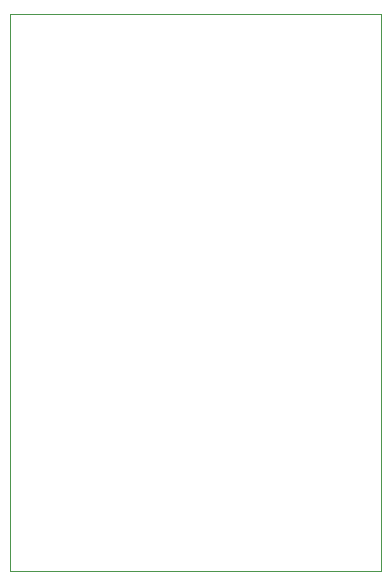
<source format=gbr>
G04 (created by PCBNEW (2013-07-07 BZR 4022)-stable) date 11/18/2013 8:59:08 PM*
%MOIN*%
G04 Gerber Fmt 3.4, Leading zero omitted, Abs format*
%FSLAX34Y34*%
G01*
G70*
G90*
G04 APERTURE LIST*
%ADD10C,0.00590551*%
%ADD11C,0.00393701*%
G04 APERTURE END LIST*
G54D10*
G54D11*
X81303Y-61764D02*
X81303Y-43194D01*
X68936Y-61764D02*
X81303Y-61764D01*
X68936Y-43190D02*
X81300Y-43190D01*
X68936Y-61761D02*
X68936Y-43190D01*
M02*

</source>
